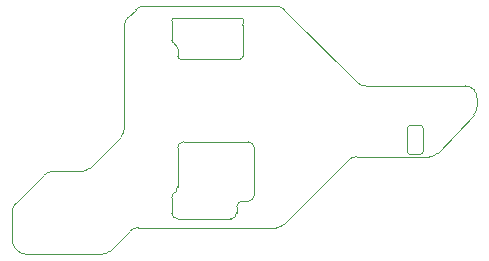
<source format=gbr>
%TF.GenerationSoftware,KiCad,Pcbnew,9.0.1-unknown-202504212220~56345a4158~ubuntu24.04.1*%
%TF.CreationDate,2025-05-22T21:20:13+10:00*%
%TF.ProjectId,MXBreakout,4d584272-6561-46b6-9f75-742e6b696361,rev?*%
%TF.SameCoordinates,Original*%
%TF.FileFunction,Profile,NP*%
%FSLAX46Y46*%
G04 Gerber Fmt 4.6, Leading zero omitted, Abs format (unit mm)*
G04 Created by KiCad (PCBNEW 9.0.1-unknown-202504212220~56345a4158~ubuntu24.04.1) date 2025-05-22 21:20:13*
%MOMM*%
%LPD*%
G01*
G04 APERTURE LIST*
%TA.AperFunction,Profile*%
%ADD10C,0.100000*%
%TD*%
G04 APERTURE END LIST*
D10*
X47457107Y-64707107D02*
X47292893Y-64542893D01*
X47292893Y-64542893D02*
G75*
G02*
X47000010Y-63835786I707107J707093D01*
G01*
X75457107Y-57042893D02*
X70042893Y-62457107D01*
X60926777Y-47426777D02*
G75*
G02*
X61000033Y-47603553I-176777J-176823D01*
G01*
X86042893Y-51042893D02*
X86057107Y-51057107D01*
X48164214Y-65000000D02*
G75*
G02*
X47457100Y-64707114I-14J1000000D01*
G01*
X76914214Y-50750000D02*
G75*
G02*
X76207121Y-50457093I-14J999900D01*
G01*
X86079537Y-53178494D02*
X83027555Y-56433941D01*
X60573224Y-47073224D02*
G75*
G02*
X60499967Y-46896447I176776J176824D01*
G01*
X53542893Y-57707107D02*
G75*
G02*
X52835786Y-57999961I-707093J707207D01*
G01*
X60500000Y-45250000D02*
G75*
G02*
X60750000Y-45000000I250000J0D01*
G01*
X86057107Y-51057107D02*
G75*
G02*
X86349961Y-51764214I-707207J-707093D01*
G01*
X49707107Y-58292893D02*
G75*
G02*
X50414214Y-58000039I707093J-707207D01*
G01*
X67500000Y-60000000D02*
G75*
G02*
X67000000Y-60500000I-500000J0D01*
G01*
X60500000Y-60207107D02*
G75*
G02*
X60646443Y-59853551I500000J7D01*
G01*
X66000000Y-61000000D02*
G75*
G02*
X66500000Y-60500000I500000J0D01*
G01*
X69335786Y-62750000D02*
X57664214Y-62750000D01*
X80450000Y-54350000D02*
G75*
G02*
X80700000Y-54100000I250000J0D01*
G01*
X60500000Y-45250000D02*
X60500000Y-46896447D01*
X86350000Y-51764214D02*
X86350000Y-52494553D01*
X60573224Y-47073224D02*
X60926777Y-47426777D01*
X66396447Y-45000000D02*
G75*
G02*
X66573201Y-45426753I-47J-250000D01*
G01*
X86350000Y-52494553D02*
G75*
G02*
X86079561Y-53178516I-1000000J-47D01*
G01*
X80700000Y-56550000D02*
G75*
G02*
X80450000Y-56300000I0J250000D01*
G01*
X57457107Y-44292893D02*
G75*
G02*
X58164214Y-44000010I707093J-707107D01*
G01*
X80450000Y-56300000D02*
X80450000Y-54350000D01*
X67000000Y-55500000D02*
G75*
G02*
X67500000Y-56000000I0J-500000D01*
G01*
X81550000Y-54100000D02*
G75*
G02*
X81800000Y-54350000I0J-250000D01*
G01*
X50414214Y-58000000D02*
X52835786Y-58000000D01*
X61000000Y-59292893D02*
G75*
G02*
X60853556Y-59646450I-500000J-7D01*
G01*
X66500000Y-48250000D02*
G75*
G02*
X66250000Y-48500000I-250000J0D01*
G01*
X82298018Y-56750000D02*
X76164214Y-56750000D01*
X66500000Y-45603553D02*
G75*
G02*
X66573247Y-45426799I250000J-47D01*
G01*
X56500000Y-45664214D02*
G75*
G02*
X56792886Y-44957100I1000000J14D01*
G01*
X66500000Y-60500000D02*
X67000000Y-60500000D01*
X56957107Y-63042893D02*
X55292893Y-64707107D01*
X56792893Y-44957107D02*
X57457107Y-44292893D01*
X70042893Y-62457107D02*
G75*
G02*
X69335786Y-62749961I-707093J707207D01*
G01*
X47000000Y-61414214D02*
G75*
G02*
X47292907Y-60707121I999900J14D01*
G01*
X75457107Y-57042893D02*
G75*
G02*
X76164214Y-56750010I707093J-707107D01*
G01*
X81800000Y-56300000D02*
G75*
G02*
X81550000Y-56550000I-250000J0D01*
G01*
X61000000Y-56000000D02*
G75*
G02*
X61500000Y-55500000I500000J0D01*
G01*
X60500000Y-60207107D02*
X60500000Y-61500000D01*
X54585786Y-65000000D02*
X48164214Y-65000000D01*
X69335786Y-44000000D02*
G75*
G02*
X70042879Y-44292907I14J-999900D01*
G01*
X76914214Y-50750000D02*
X85335786Y-50750000D01*
X61000000Y-62000000D02*
G75*
G02*
X60500000Y-61500000I0J500000D01*
G01*
X61250000Y-48500000D02*
G75*
G02*
X61000000Y-48250000I0J250000D01*
G01*
X67500000Y-60000000D02*
X67500000Y-56000000D01*
X55292893Y-64707107D02*
G75*
G02*
X54585786Y-64999961I-707093J707207D01*
G01*
X56957107Y-63042893D02*
G75*
G02*
X57664214Y-62750010I707093J-707107D01*
G01*
X67000000Y-55500000D02*
X61500000Y-55500000D01*
X53542893Y-57707107D02*
X56207107Y-55042893D01*
X81550000Y-56550000D02*
X80700000Y-56550000D01*
X61000000Y-47603553D02*
X61000000Y-48250000D01*
X61000000Y-62000000D02*
X65500000Y-62000000D01*
X58164214Y-44000000D02*
X69335786Y-44000000D01*
X60853553Y-59646447D02*
X60646446Y-59853554D01*
X85335786Y-50750000D02*
G75*
G02*
X86042879Y-51042907I14J-999900D01*
G01*
X66000000Y-61500000D02*
X66000000Y-61000000D01*
X66396447Y-45000000D02*
X60750000Y-45000000D01*
X56500000Y-54335786D02*
X56500000Y-45664214D01*
X81800000Y-54350000D02*
X81800000Y-56300000D01*
X66000000Y-61500000D02*
G75*
G02*
X65500000Y-62000000I-500000J0D01*
G01*
X47292893Y-60707107D02*
X49707107Y-58292893D01*
X47000000Y-63835786D02*
X47000000Y-61414214D01*
X70042893Y-44292893D02*
X76207107Y-50457107D01*
X61000000Y-56000000D02*
X61000000Y-59292893D01*
X83027555Y-56433941D02*
G75*
G02*
X82298018Y-56750013I-729555J683941D01*
G01*
X61250000Y-48500000D02*
X66250000Y-48500000D01*
X80700000Y-54100000D02*
X81550000Y-54100000D01*
X66500000Y-48250000D02*
X66500000Y-45603553D01*
X56500000Y-54335786D02*
G75*
G02*
X56207093Y-55042879I-999900J-14D01*
G01*
M02*

</source>
